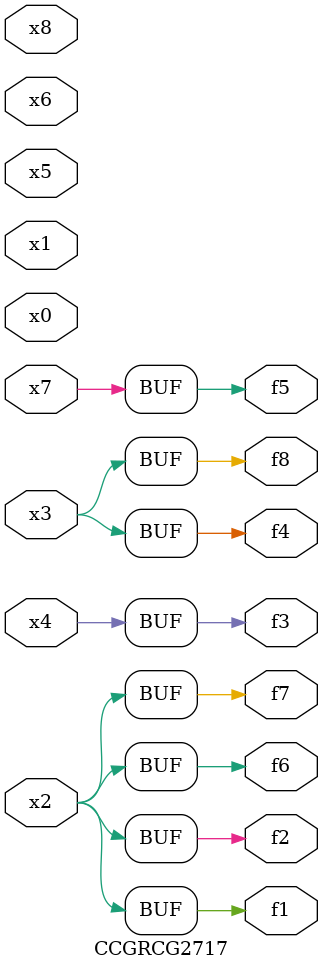
<source format=v>
module CCGRCG2717(
	input x0, x1, x2, x3, x4, x5, x6, x7, x8,
	output f1, f2, f3, f4, f5, f6, f7, f8
);
	assign f1 = x2;
	assign f2 = x2;
	assign f3 = x4;
	assign f4 = x3;
	assign f5 = x7;
	assign f6 = x2;
	assign f7 = x2;
	assign f8 = x3;
endmodule

</source>
